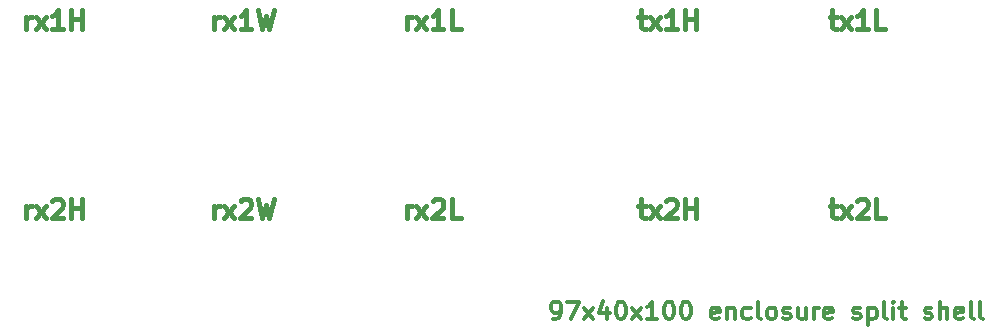
<source format=gto>
G04 #@! TF.FileFunction,Legend,Top*
%FSLAX46Y46*%
G04 Gerber Fmt 4.6, Leading zero omitted, Abs format (unit mm)*
G04 Created by KiCad (PCBNEW no-bzr-kicad_new3d-viewer) date 07/10/16 17:34:00*
%MOMM*%
%LPD*%
G01*
G04 APERTURE LIST*
%ADD10C,0.150000*%
%ADD11C,0.300000*%
%ADD12C,0.400000*%
G04 APERTURE END LIST*
D10*
D11*
X83998891Y-74273461D02*
X84284605Y-74273461D01*
X84427462Y-74202032D01*
X84498891Y-74130604D01*
X84641748Y-73916318D01*
X84713176Y-73630604D01*
X84713176Y-73059175D01*
X84641748Y-72916318D01*
X84570319Y-72844890D01*
X84427462Y-72773461D01*
X84141748Y-72773461D01*
X83998891Y-72844890D01*
X83927462Y-72916318D01*
X83856033Y-73059175D01*
X83856033Y-73416318D01*
X83927462Y-73559175D01*
X83998891Y-73630604D01*
X84141748Y-73702032D01*
X84427462Y-73702032D01*
X84570319Y-73630604D01*
X84641748Y-73559175D01*
X84713176Y-73416318D01*
X85213176Y-72773461D02*
X86213176Y-72773461D01*
X85570319Y-74273461D01*
X86641748Y-74273461D02*
X87427462Y-73273461D01*
X86641748Y-73273461D02*
X87427462Y-74273461D01*
X88641748Y-73273461D02*
X88641748Y-74273461D01*
X88284605Y-72702032D02*
X87927462Y-73773461D01*
X88856033Y-73773461D01*
X89713176Y-72773461D02*
X89856033Y-72773461D01*
X89998891Y-72844890D01*
X90070319Y-72916318D01*
X90141748Y-73059175D01*
X90213176Y-73344890D01*
X90213176Y-73702032D01*
X90141748Y-73987747D01*
X90070319Y-74130604D01*
X89998891Y-74202032D01*
X89856033Y-74273461D01*
X89713176Y-74273461D01*
X89570319Y-74202032D01*
X89498891Y-74130604D01*
X89427462Y-73987747D01*
X89356033Y-73702032D01*
X89356033Y-73344890D01*
X89427462Y-73059175D01*
X89498891Y-72916318D01*
X89570319Y-72844890D01*
X89713176Y-72773461D01*
X90713176Y-74273461D02*
X91498891Y-73273461D01*
X90713176Y-73273461D02*
X91498891Y-74273461D01*
X92856033Y-74273461D02*
X91998891Y-74273461D01*
X92427462Y-74273461D02*
X92427462Y-72773461D01*
X92284605Y-72987747D01*
X92141748Y-73130604D01*
X91998891Y-73202032D01*
X93784605Y-72773461D02*
X93927462Y-72773461D01*
X94070319Y-72844890D01*
X94141748Y-72916318D01*
X94213176Y-73059175D01*
X94284605Y-73344890D01*
X94284605Y-73702032D01*
X94213176Y-73987747D01*
X94141748Y-74130604D01*
X94070319Y-74202032D01*
X93927462Y-74273461D01*
X93784605Y-74273461D01*
X93641748Y-74202032D01*
X93570319Y-74130604D01*
X93498891Y-73987747D01*
X93427462Y-73702032D01*
X93427462Y-73344890D01*
X93498891Y-73059175D01*
X93570319Y-72916318D01*
X93641748Y-72844890D01*
X93784605Y-72773461D01*
X95213176Y-72773461D02*
X95356033Y-72773461D01*
X95498891Y-72844890D01*
X95570319Y-72916318D01*
X95641748Y-73059175D01*
X95713176Y-73344890D01*
X95713176Y-73702032D01*
X95641748Y-73987747D01*
X95570319Y-74130604D01*
X95498891Y-74202032D01*
X95356033Y-74273461D01*
X95213176Y-74273461D01*
X95070319Y-74202032D01*
X94998891Y-74130604D01*
X94927462Y-73987747D01*
X94856033Y-73702032D01*
X94856033Y-73344890D01*
X94927462Y-73059175D01*
X94998891Y-72916318D01*
X95070319Y-72844890D01*
X95213176Y-72773461D01*
X98070319Y-74202032D02*
X97927462Y-74273461D01*
X97641748Y-74273461D01*
X97498891Y-74202032D01*
X97427462Y-74059175D01*
X97427462Y-73487747D01*
X97498891Y-73344890D01*
X97641748Y-73273461D01*
X97927462Y-73273461D01*
X98070319Y-73344890D01*
X98141748Y-73487747D01*
X98141748Y-73630604D01*
X97427462Y-73773461D01*
X98784605Y-73273461D02*
X98784605Y-74273461D01*
X98784605Y-73416318D02*
X98856033Y-73344890D01*
X98998891Y-73273461D01*
X99213176Y-73273461D01*
X99356033Y-73344890D01*
X99427462Y-73487747D01*
X99427462Y-74273461D01*
X100784605Y-74202032D02*
X100641748Y-74273461D01*
X100356033Y-74273461D01*
X100213176Y-74202032D01*
X100141748Y-74130604D01*
X100070319Y-73987747D01*
X100070319Y-73559175D01*
X100141748Y-73416318D01*
X100213176Y-73344890D01*
X100356033Y-73273461D01*
X100641748Y-73273461D01*
X100784605Y-73344890D01*
X101641748Y-74273461D02*
X101498891Y-74202032D01*
X101427462Y-74059175D01*
X101427462Y-72773461D01*
X102427462Y-74273461D02*
X102284605Y-74202032D01*
X102213176Y-74130604D01*
X102141748Y-73987747D01*
X102141748Y-73559175D01*
X102213176Y-73416318D01*
X102284605Y-73344890D01*
X102427462Y-73273461D01*
X102641748Y-73273461D01*
X102784605Y-73344890D01*
X102856033Y-73416318D01*
X102927462Y-73559175D01*
X102927462Y-73987747D01*
X102856033Y-74130604D01*
X102784605Y-74202032D01*
X102641748Y-74273461D01*
X102427462Y-74273461D01*
X103498891Y-74202032D02*
X103641748Y-74273461D01*
X103927462Y-74273461D01*
X104070319Y-74202032D01*
X104141748Y-74059175D01*
X104141748Y-73987747D01*
X104070319Y-73844890D01*
X103927462Y-73773461D01*
X103713176Y-73773461D01*
X103570319Y-73702032D01*
X103498891Y-73559175D01*
X103498891Y-73487747D01*
X103570319Y-73344890D01*
X103713176Y-73273461D01*
X103927462Y-73273461D01*
X104070319Y-73344890D01*
X105427462Y-73273461D02*
X105427462Y-74273461D01*
X104784605Y-73273461D02*
X104784605Y-74059175D01*
X104856033Y-74202032D01*
X104998891Y-74273461D01*
X105213176Y-74273461D01*
X105356033Y-74202032D01*
X105427462Y-74130604D01*
X106141748Y-74273461D02*
X106141748Y-73273461D01*
X106141748Y-73559175D02*
X106213176Y-73416318D01*
X106284605Y-73344890D01*
X106427462Y-73273461D01*
X106570319Y-73273461D01*
X107641748Y-74202032D02*
X107498891Y-74273461D01*
X107213176Y-74273461D01*
X107070319Y-74202032D01*
X106998891Y-74059175D01*
X106998891Y-73487747D01*
X107070319Y-73344890D01*
X107213176Y-73273461D01*
X107498891Y-73273461D01*
X107641748Y-73344890D01*
X107713176Y-73487747D01*
X107713176Y-73630604D01*
X106998891Y-73773461D01*
X109427462Y-74202032D02*
X109570319Y-74273461D01*
X109856033Y-74273461D01*
X109998891Y-74202032D01*
X110070319Y-74059175D01*
X110070319Y-73987747D01*
X109998891Y-73844890D01*
X109856033Y-73773461D01*
X109641748Y-73773461D01*
X109498891Y-73702032D01*
X109427462Y-73559175D01*
X109427462Y-73487747D01*
X109498891Y-73344890D01*
X109641748Y-73273461D01*
X109856033Y-73273461D01*
X109998891Y-73344890D01*
X110713176Y-73273461D02*
X110713176Y-74773461D01*
X110713176Y-73344890D02*
X110856033Y-73273461D01*
X111141748Y-73273461D01*
X111284605Y-73344890D01*
X111356033Y-73416318D01*
X111427462Y-73559175D01*
X111427462Y-73987747D01*
X111356033Y-74130604D01*
X111284605Y-74202032D01*
X111141748Y-74273461D01*
X110856033Y-74273461D01*
X110713176Y-74202032D01*
X112284605Y-74273461D02*
X112141748Y-74202032D01*
X112070319Y-74059175D01*
X112070319Y-72773461D01*
X112856034Y-74273461D02*
X112856034Y-73273461D01*
X112856034Y-72773461D02*
X112784605Y-72844890D01*
X112856034Y-72916318D01*
X112927462Y-72844890D01*
X112856034Y-72773461D01*
X112856034Y-72916318D01*
X113356033Y-73273461D02*
X113927462Y-73273461D01*
X113570319Y-72773461D02*
X113570319Y-74059175D01*
X113641748Y-74202032D01*
X113784605Y-74273461D01*
X113927462Y-74273461D01*
X115498891Y-74202032D02*
X115641748Y-74273461D01*
X115927462Y-74273461D01*
X116070319Y-74202032D01*
X116141748Y-74059175D01*
X116141748Y-73987747D01*
X116070319Y-73844890D01*
X115927462Y-73773461D01*
X115713176Y-73773461D01*
X115570319Y-73702032D01*
X115498891Y-73559175D01*
X115498891Y-73487747D01*
X115570319Y-73344890D01*
X115713176Y-73273461D01*
X115927462Y-73273461D01*
X116070319Y-73344890D01*
X116784605Y-74273461D02*
X116784605Y-72773461D01*
X117427462Y-74273461D02*
X117427462Y-73487747D01*
X117356033Y-73344890D01*
X117213176Y-73273461D01*
X116998891Y-73273461D01*
X116856033Y-73344890D01*
X116784605Y-73416318D01*
X118713176Y-74202032D02*
X118570319Y-74273461D01*
X118284605Y-74273461D01*
X118141748Y-74202032D01*
X118070319Y-74059175D01*
X118070319Y-73487747D01*
X118141748Y-73344890D01*
X118284605Y-73273461D01*
X118570319Y-73273461D01*
X118713176Y-73344890D01*
X118784605Y-73487747D01*
X118784605Y-73630604D01*
X118070319Y-73773461D01*
X119641748Y-74273461D02*
X119498891Y-74202032D01*
X119427462Y-74059175D01*
X119427462Y-72773461D01*
X120427462Y-74273461D02*
X120284605Y-74202032D01*
X120213176Y-74059175D01*
X120213176Y-72773461D01*
D12*
X107444129Y-64652032D02*
X108053653Y-64652032D01*
X107672700Y-64118699D02*
X107672700Y-65490128D01*
X107748891Y-65642509D01*
X107901272Y-65718699D01*
X108053653Y-65718699D01*
X108434605Y-65718699D02*
X109272700Y-64652032D01*
X108434605Y-64652032D02*
X109272700Y-65718699D01*
X109806034Y-64271080D02*
X109882224Y-64194890D01*
X110034605Y-64118699D01*
X110415557Y-64118699D01*
X110567938Y-64194890D01*
X110644129Y-64271080D01*
X110720319Y-64423461D01*
X110720319Y-64575842D01*
X110644129Y-64804413D01*
X109729843Y-65718699D01*
X110720319Y-65718699D01*
X112167938Y-65718699D02*
X111406034Y-65718699D01*
X111406034Y-64118699D01*
X91253653Y-64652032D02*
X91863176Y-64652032D01*
X91482224Y-64118699D02*
X91482224Y-65490128D01*
X91558414Y-65642509D01*
X91710795Y-65718699D01*
X91863176Y-65718699D01*
X92244129Y-65718699D02*
X93082224Y-64652032D01*
X92244129Y-64652032D02*
X93082224Y-65718699D01*
X93615557Y-64271080D02*
X93691748Y-64194890D01*
X93844129Y-64118699D01*
X94225081Y-64118699D01*
X94377462Y-64194890D01*
X94453653Y-64271080D01*
X94529843Y-64423461D01*
X94529843Y-64575842D01*
X94453653Y-64804413D01*
X93539367Y-65718699D01*
X94529843Y-65718699D01*
X95215557Y-65718699D02*
X95215557Y-64118699D01*
X95215557Y-64880604D02*
X96129843Y-64880604D01*
X96129843Y-65718699D02*
X96129843Y-64118699D01*
X71634605Y-65718699D02*
X71634605Y-64652032D01*
X71634605Y-64956794D02*
X71710795Y-64804413D01*
X71786986Y-64728223D01*
X71939367Y-64652032D01*
X72091748Y-64652032D01*
X72472700Y-65718699D02*
X73310795Y-64652032D01*
X72472700Y-64652032D02*
X73310795Y-65718699D01*
X73844129Y-64271080D02*
X73920319Y-64194890D01*
X74072700Y-64118699D01*
X74453653Y-64118699D01*
X74606034Y-64194890D01*
X74682224Y-64271080D01*
X74758414Y-64423461D01*
X74758414Y-64575842D01*
X74682224Y-64804413D01*
X73767938Y-65718699D01*
X74758414Y-65718699D01*
X76206034Y-65718699D02*
X75444129Y-65718699D01*
X75444129Y-64118699D01*
X55367938Y-65718699D02*
X55367938Y-64652032D01*
X55367938Y-64956794D02*
X55444129Y-64804413D01*
X55520319Y-64728223D01*
X55672700Y-64652032D01*
X55825081Y-64652032D01*
X56206034Y-65718699D02*
X57044129Y-64652032D01*
X56206034Y-64652032D02*
X57044129Y-65718699D01*
X57577462Y-64271080D02*
X57653653Y-64194890D01*
X57806034Y-64118699D01*
X58186986Y-64118699D01*
X58339367Y-64194890D01*
X58415557Y-64271080D01*
X58491748Y-64423461D01*
X58491748Y-64575842D01*
X58415557Y-64804413D01*
X57501272Y-65718699D01*
X58491748Y-65718699D01*
X59025081Y-64118699D02*
X59406034Y-65718699D01*
X59710795Y-64575842D01*
X60015557Y-65718699D01*
X60396510Y-64118699D01*
X39444129Y-65718699D02*
X39444129Y-64652032D01*
X39444129Y-64956794D02*
X39520319Y-64804413D01*
X39596510Y-64728223D01*
X39748891Y-64652032D01*
X39901272Y-64652032D01*
X40282224Y-65718699D02*
X41120319Y-64652032D01*
X40282224Y-64652032D02*
X41120319Y-65718699D01*
X41653653Y-64271080D02*
X41729843Y-64194890D01*
X41882224Y-64118699D01*
X42263176Y-64118699D01*
X42415557Y-64194890D01*
X42491748Y-64271080D01*
X42567938Y-64423461D01*
X42567938Y-64575842D01*
X42491748Y-64804413D01*
X41577462Y-65718699D01*
X42567938Y-65718699D01*
X43253653Y-65718699D02*
X43253653Y-64118699D01*
X43253653Y-64880604D02*
X44167938Y-64880604D01*
X44167938Y-65718699D02*
X44167938Y-64118699D01*
X39444129Y-49718699D02*
X39444129Y-48652032D01*
X39444129Y-48956794D02*
X39520319Y-48804413D01*
X39596510Y-48728223D01*
X39748891Y-48652032D01*
X39901272Y-48652032D01*
X40282224Y-49718699D02*
X41120319Y-48652032D01*
X40282224Y-48652032D02*
X41120319Y-49718699D01*
X42567938Y-49718699D02*
X41653653Y-49718699D01*
X42110795Y-49718699D02*
X42110795Y-48118699D01*
X41958414Y-48347270D01*
X41806034Y-48499651D01*
X41653653Y-48575842D01*
X43253653Y-49718699D02*
X43253653Y-48118699D01*
X43253653Y-48880604D02*
X44167938Y-48880604D01*
X44167938Y-49718699D02*
X44167938Y-48118699D01*
X55367938Y-49718699D02*
X55367938Y-48652032D01*
X55367938Y-48956794D02*
X55444129Y-48804413D01*
X55520319Y-48728223D01*
X55672700Y-48652032D01*
X55825081Y-48652032D01*
X56206034Y-49718699D02*
X57044129Y-48652032D01*
X56206034Y-48652032D02*
X57044129Y-49718699D01*
X58491748Y-49718699D02*
X57577462Y-49718699D01*
X58034605Y-49718699D02*
X58034605Y-48118699D01*
X57882224Y-48347270D01*
X57729843Y-48499651D01*
X57577462Y-48575842D01*
X59025081Y-48118699D02*
X59406034Y-49718699D01*
X59710795Y-48575842D01*
X60015557Y-49718699D01*
X60396510Y-48118699D01*
X71634605Y-49718699D02*
X71634605Y-48652032D01*
X71634605Y-48956794D02*
X71710795Y-48804413D01*
X71786986Y-48728223D01*
X71939367Y-48652032D01*
X72091748Y-48652032D01*
X72472700Y-49718699D02*
X73310795Y-48652032D01*
X72472700Y-48652032D02*
X73310795Y-49718699D01*
X74758414Y-49718699D02*
X73844129Y-49718699D01*
X74301272Y-49718699D02*
X74301272Y-48118699D01*
X74148891Y-48347270D01*
X73996510Y-48499651D01*
X73844129Y-48575842D01*
X76206034Y-49718699D02*
X75444129Y-49718699D01*
X75444129Y-48118699D01*
X91253653Y-48652032D02*
X91863176Y-48652032D01*
X91482224Y-48118699D02*
X91482224Y-49490128D01*
X91558414Y-49642509D01*
X91710795Y-49718699D01*
X91863176Y-49718699D01*
X92244129Y-49718699D02*
X93082224Y-48652032D01*
X92244129Y-48652032D02*
X93082224Y-49718699D01*
X94529843Y-49718699D02*
X93615557Y-49718699D01*
X94072700Y-49718699D02*
X94072700Y-48118699D01*
X93920319Y-48347270D01*
X93767938Y-48499651D01*
X93615557Y-48575842D01*
X95215557Y-49718699D02*
X95215557Y-48118699D01*
X95215557Y-48880604D02*
X96129843Y-48880604D01*
X96129843Y-49718699D02*
X96129843Y-48118699D01*
X107444129Y-48652032D02*
X108053653Y-48652032D01*
X107672700Y-48118699D02*
X107672700Y-49490128D01*
X107748891Y-49642509D01*
X107901272Y-49718699D01*
X108053653Y-49718699D01*
X108434605Y-49718699D02*
X109272700Y-48652032D01*
X108434605Y-48652032D02*
X109272700Y-49718699D01*
X110720319Y-49718699D02*
X109806034Y-49718699D01*
X110263176Y-49718699D02*
X110263176Y-48118699D01*
X110110795Y-48347270D01*
X109958414Y-48499651D01*
X109806034Y-48575842D01*
X112167938Y-49718699D02*
X111406034Y-49718699D01*
X111406034Y-48118699D01*
M02*

</source>
